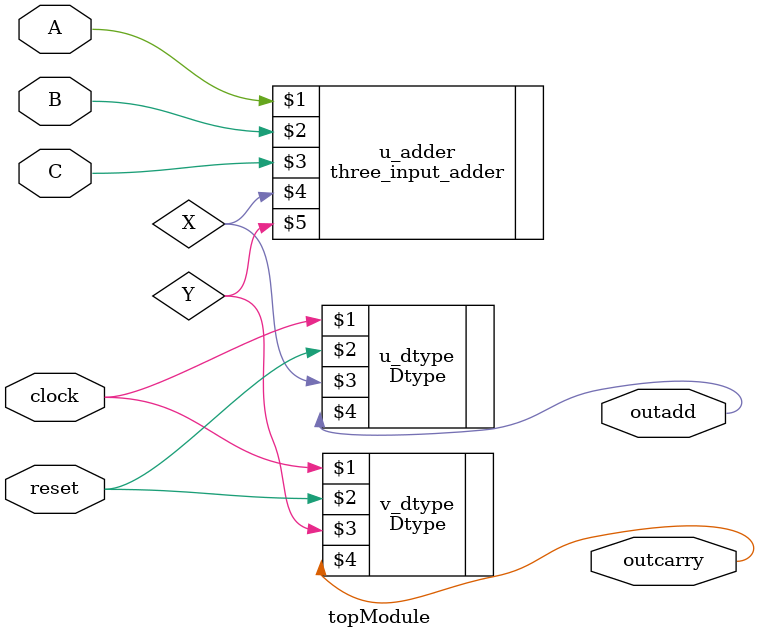
<source format=v>
`timescale 1ns / 1ps
module topModule(
    input A,
    input B,
    input C,
    input clock,
    input reset,
    output outadd,
    output outcarry
    );

	wire X;
	wire Y;
	three_input_adder u_adder(A,B,C,X,Y);
	Dtype	u_dtype(clock,reset,X,outadd);
	Dtype	v_dtype(clock,reset,Y,outcarry);

endmodule

</source>
